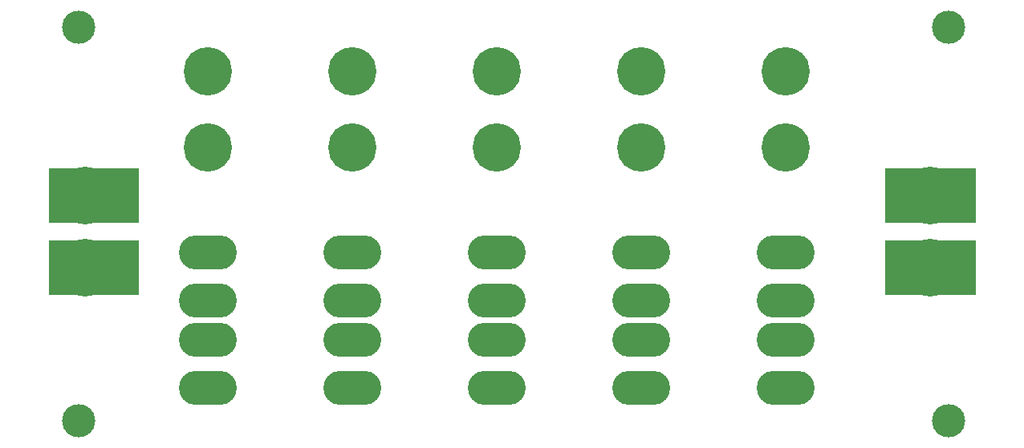
<source format=gbs>
G04 DipTrace 2.4.0.2*
%INPowerPoleExpander.GBS*%
%MOMM*%
%ADD22C,3.5*%
%ADD27C,5.1*%
%ADD28O,6.1X3.6*%
%ADD29C,6.1*%
%FSLAX53Y53*%
G04*
G71*
G90*
G75*
G01*
%LNBotMask*%
%LPD*%
D22*
X4136Y45720D3*
Y4128D3*
X95893Y45720D3*
Y4128D3*
D29*
X93988Y27940D3*
Y20320D3*
X4770Y27940D3*
Y20320D3*
D28*
X17788Y7620D3*
Y12720D3*
Y16820D3*
Y21920D3*
X33028Y7620D3*
Y12720D3*
Y16820D3*
Y21920D3*
X48268Y7620D3*
Y12720D3*
Y16820D3*
Y21920D3*
X63508Y7620D3*
Y12720D3*
Y16820D3*
Y21920D3*
X78748Y7620D3*
Y12720D3*
Y16820D3*
Y21920D3*
D27*
X17788Y33020D3*
Y41020D3*
X33028Y33020D3*
Y41020D3*
X48268Y33020D3*
Y41020D3*
X63508Y33020D3*
Y41020D3*
X78748Y33020D3*
Y41020D3*
G36*
X89225Y30798D2*
X98750D1*
Y25083D1*
X89225D1*
Y30798D1*
G37*
G36*
Y23178D2*
X98750D1*
Y17463D1*
X89225D1*
Y23178D1*
G37*
G36*
X960Y30798D2*
X10485D1*
Y25083D1*
X960D1*
Y30798D1*
G37*
G36*
Y23178D2*
X10485D1*
Y17463D1*
X960D1*
Y23178D1*
G37*
M02*

</source>
